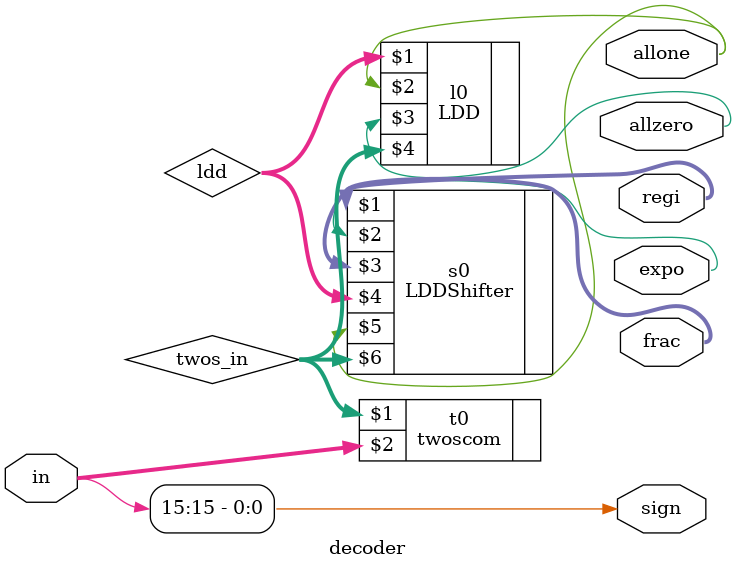
<source format=v>
module decoder(sign, regi, expo, frac, allone, allzero, in);
parameter n = 16;
parameter es = 1;
parameter rs = 5;//size of regi
parameter fs = n-es-3;//size of frac
parameter ls = n-2;//size of ldd

input [n-1:0] in;

output [rs-1:0] regi;
output [es-1:0] expo;
output [fs-1:0] frac;
output allone, allzero, sign;

wire [n-2:0] twos_in;
wire [ls-1:0] ldd;

assign sign = in[n-1];
twoscom t0(twos_in, in);
LDD l0(ldd, allone, allzero, twos_in);
LDDShifter s0(regi, expo, frac, ldd, allone, twos_in);
  

endmodule

</source>
